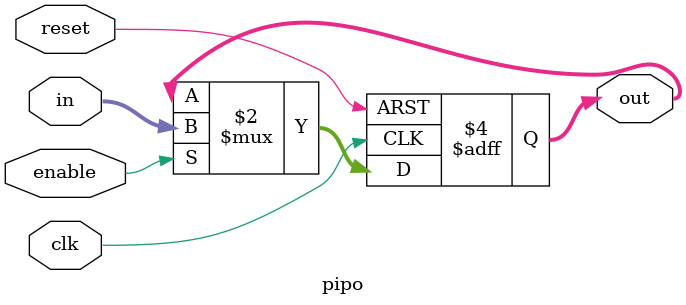
<source format=v>
module pipo #(
  parameter SIZE=8
)(
  input wire [SIZE-1:0] in,
  input wire clk,reset,enable,
  output reg [SIZE-1:0] out
);
  always@(posedge clk or posedge reset) begin
    if (reset) begin
      out<=0;
    end
    else if (enable) begin
      out<=in;
    end
  end
endmodule

</source>
